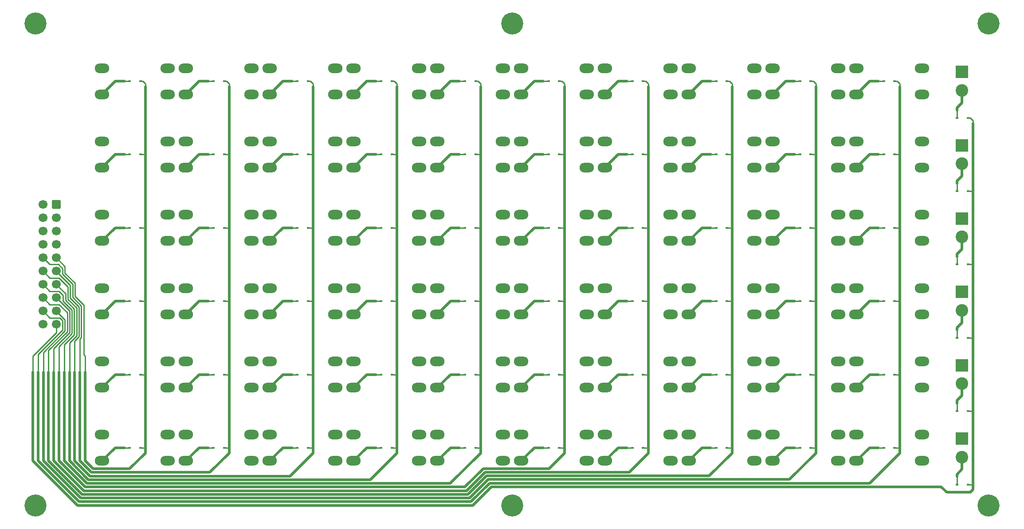
<source format=gbl>
%TF.GenerationSoftware,KiCad,Pcbnew,6.0.0-rc2-1.20211220git160328a.fc35*%
%TF.CreationDate,2022-01-03T09:57:56+00:00*%
%TF.ProjectId,Keypad_6x11,4b657970-6164-45f3-9678-31312e6b6963,rev?*%
%TF.SameCoordinates,Original*%
%TF.FileFunction,Copper,L2,Bot*%
%TF.FilePolarity,Positive*%
%FSLAX46Y46*%
G04 Gerber Fmt 4.6, Leading zero omitted, Abs format (unit mm)*
G04 Created by KiCad (PCBNEW 6.0.0-rc2-1.20211220git160328a.fc35) date 2022-01-03 09:57:56*
%MOMM*%
%LPD*%
G01*
G04 APERTURE LIST*
G04 Aperture macros list*
%AMRoundRect*
0 Rectangle with rounded corners*
0 $1 Rounding radius*
0 $2 $3 $4 $5 $6 $7 $8 $9 X,Y pos of 4 corners*
0 Add a 4 corners polygon primitive as box body*
4,1,4,$2,$3,$4,$5,$6,$7,$8,$9,$2,$3,0*
0 Add four circle primitives for the rounded corners*
1,1,$1+$1,$2,$3*
1,1,$1+$1,$4,$5*
1,1,$1+$1,$6,$7*
1,1,$1+$1,$8,$9*
0 Add four rect primitives between the rounded corners*
20,1,$1+$1,$2,$3,$4,$5,0*
20,1,$1+$1,$4,$5,$6,$7,0*
20,1,$1+$1,$6,$7,$8,$9,0*
20,1,$1+$1,$8,$9,$2,$3,0*%
G04 Aperture macros list end*
%TA.AperFunction,ComponentPad*%
%ADD10O,2.750000X1.850000*%
%TD*%
%TA.AperFunction,ComponentPad*%
%ADD11C,4.201160*%
%TD*%
%TA.AperFunction,SMDPad,CuDef*%
%ADD12R,0.600000X0.450000*%
%TD*%
%TA.AperFunction,ComponentPad*%
%ADD13R,2.400000X2.400000*%
%TD*%
%TA.AperFunction,ComponentPad*%
%ADD14C,2.400000*%
%TD*%
%TA.AperFunction,ComponentPad*%
%ADD15RoundRect,0.250000X0.600000X0.600000X-0.600000X0.600000X-0.600000X-0.600000X0.600000X-0.600000X0*%
%TD*%
%TA.AperFunction,ComponentPad*%
%ADD16C,1.700000*%
%TD*%
%TA.AperFunction,Conductor*%
%ADD17C,0.250000*%
%TD*%
%TA.AperFunction,Conductor*%
%ADD18C,0.500000*%
%TD*%
G04 APERTURE END LIST*
D10*
X156250000Y-70500000D03*
X143750000Y-70500000D03*
X143750000Y-75500000D03*
X156250000Y-75500000D03*
X188250000Y-56500000D03*
X175750000Y-56500000D03*
X188250000Y-61500000D03*
X175750000Y-61500000D03*
X207750000Y-84500000D03*
X220250000Y-84500000D03*
X207750000Y-89500000D03*
X220250000Y-89500000D03*
X95750000Y-42500000D03*
X108250000Y-42500000D03*
X108250000Y-47500000D03*
X95750000Y-47500000D03*
X191750000Y-98500000D03*
X204250000Y-98500000D03*
X204250000Y-103500000D03*
X191750000Y-103500000D03*
X111750000Y-98500000D03*
X124250000Y-98500000D03*
X124250000Y-103500000D03*
X111750000Y-103500000D03*
X159750000Y-84500000D03*
X172250000Y-84500000D03*
X159750000Y-89500000D03*
X172250000Y-89500000D03*
X95750000Y-70500000D03*
X108250000Y-70500000D03*
X108250000Y-75500000D03*
X95750000Y-75500000D03*
X95750000Y-98500000D03*
X108250000Y-98500000D03*
X108250000Y-103500000D03*
X95750000Y-103500000D03*
X127750000Y-56500000D03*
X140250000Y-56500000D03*
X127750000Y-61500000D03*
X140250000Y-61500000D03*
X188250000Y-98500000D03*
X175750000Y-98500000D03*
X175750000Y-103500000D03*
X188250000Y-103500000D03*
X143750000Y-98500000D03*
X156250000Y-98500000D03*
X143750000Y-103500000D03*
X156250000Y-103500000D03*
X172250000Y-112500000D03*
X159750000Y-112500000D03*
X159750000Y-117500000D03*
X172250000Y-117500000D03*
X172250000Y-42500000D03*
X159750000Y-42500000D03*
X172250000Y-47500000D03*
X159750000Y-47500000D03*
X92250000Y-56500000D03*
X79750000Y-56500000D03*
X79750000Y-61500000D03*
X92250000Y-61500000D03*
X223750000Y-42500000D03*
X236250000Y-42500000D03*
X223750000Y-47500000D03*
X236250000Y-47500000D03*
X124250000Y-42500000D03*
X111750000Y-42500000D03*
X111750000Y-47500000D03*
X124250000Y-47500000D03*
D11*
X67000000Y-34000000D03*
D10*
X236250000Y-112500000D03*
X223750000Y-112500000D03*
X223750000Y-117500000D03*
X236250000Y-117500000D03*
X140250000Y-42500000D03*
X127750000Y-42500000D03*
X127750000Y-47500000D03*
X140250000Y-47500000D03*
X79750000Y-98500000D03*
X92250000Y-98500000D03*
X79750000Y-103500000D03*
X92250000Y-103500000D03*
X156250000Y-84500000D03*
X143750000Y-84500000D03*
X156250000Y-89500000D03*
X143750000Y-89500000D03*
D11*
X249000000Y-126000000D03*
X158000000Y-126000000D03*
D10*
X236250000Y-56500000D03*
X223750000Y-56500000D03*
X236250000Y-61500000D03*
X223750000Y-61500000D03*
X191750000Y-70500000D03*
X204250000Y-70500000D03*
X191750000Y-75500000D03*
X204250000Y-75500000D03*
X79750000Y-112500000D03*
X92250000Y-112500000D03*
X92250000Y-117500000D03*
X79750000Y-117500000D03*
X191750000Y-112500000D03*
X204250000Y-112500000D03*
X191750000Y-117500000D03*
X204250000Y-117500000D03*
X108250000Y-84500000D03*
X95750000Y-84500000D03*
X108250000Y-89500000D03*
X95750000Y-89500000D03*
X191750000Y-42500000D03*
X204250000Y-42500000D03*
X191750000Y-47500000D03*
X204250000Y-47500000D03*
X79750000Y-84500000D03*
X92250000Y-84500000D03*
X92250000Y-89500000D03*
X79750000Y-89500000D03*
X111750000Y-70500000D03*
X124250000Y-70500000D03*
X111750000Y-75500000D03*
X124250000Y-75500000D03*
X207750000Y-98500000D03*
X220250000Y-98500000D03*
X207750000Y-103500000D03*
X220250000Y-103500000D03*
X188250000Y-42500000D03*
X175750000Y-42500000D03*
X188250000Y-47500000D03*
X175750000Y-47500000D03*
X188250000Y-70500000D03*
X175750000Y-70500000D03*
X188250000Y-75500000D03*
X175750000Y-75500000D03*
X220250000Y-112500000D03*
X207750000Y-112500000D03*
X207750000Y-117500000D03*
X220250000Y-117500000D03*
D11*
X67000000Y-126000000D03*
D10*
X124250000Y-112500000D03*
X111750000Y-112500000D03*
X111750000Y-117500000D03*
X124250000Y-117500000D03*
X204250000Y-56500000D03*
X191750000Y-56500000D03*
X204250000Y-61500000D03*
X191750000Y-61500000D03*
X156250000Y-56500000D03*
X143750000Y-56500000D03*
X143750000Y-61500000D03*
X156250000Y-61500000D03*
X207750000Y-70500000D03*
X220250000Y-70500000D03*
X207750000Y-75500000D03*
X220250000Y-75500000D03*
X79750000Y-42500000D03*
X92250000Y-42500000D03*
X79750000Y-47500000D03*
X92250000Y-47500000D03*
X140250000Y-112500000D03*
X127750000Y-112500000D03*
X140250000Y-117500000D03*
X127750000Y-117500000D03*
X124250000Y-84500000D03*
X111750000Y-84500000D03*
X111750000Y-89500000D03*
X124250000Y-89500000D03*
X223750000Y-70500000D03*
X236250000Y-70500000D03*
X236250000Y-75500000D03*
X223750000Y-75500000D03*
X172250000Y-56500000D03*
X159750000Y-56500000D03*
X172250000Y-61500000D03*
X159750000Y-61500000D03*
X79750000Y-70500000D03*
X92250000Y-70500000D03*
X79750000Y-75500000D03*
X92250000Y-75500000D03*
X143750000Y-42500000D03*
X156250000Y-42500000D03*
X143750000Y-47500000D03*
X156250000Y-47500000D03*
X175750000Y-84500000D03*
X188250000Y-84500000D03*
X188250000Y-89500000D03*
X175750000Y-89500000D03*
X140250000Y-70500000D03*
X127750000Y-70500000D03*
X127750000Y-75500000D03*
X140250000Y-75500000D03*
D11*
X158000000Y-34000000D03*
D10*
X172250000Y-98500000D03*
X159750000Y-98500000D03*
X159750000Y-103500000D03*
X172250000Y-103500000D03*
X140250000Y-98500000D03*
X127750000Y-98500000D03*
X140250000Y-103500000D03*
X127750000Y-103500000D03*
D11*
X249000000Y-34000000D03*
D10*
X95750000Y-112500000D03*
X108250000Y-112500000D03*
X108250000Y-117500000D03*
X95750000Y-117500000D03*
X156250000Y-112500000D03*
X143750000Y-112500000D03*
X143750000Y-117500000D03*
X156250000Y-117500000D03*
X95750000Y-56500000D03*
X108250000Y-56500000D03*
X95750000Y-61500000D03*
X108250000Y-61500000D03*
X124250000Y-56500000D03*
X111750000Y-56500000D03*
X111750000Y-61500000D03*
X124250000Y-61500000D03*
X220250000Y-42500000D03*
X207750000Y-42500000D03*
X207750000Y-47500000D03*
X220250000Y-47500000D03*
X159750000Y-70500000D03*
X172250000Y-70500000D03*
X159750000Y-75500000D03*
X172250000Y-75500000D03*
X191750000Y-84500000D03*
X204250000Y-84500000D03*
X191750000Y-89500000D03*
X204250000Y-89500000D03*
X140250000Y-84500000D03*
X127750000Y-84500000D03*
X140250000Y-89500000D03*
X127750000Y-89500000D03*
X175750000Y-112500000D03*
X188250000Y-112500000D03*
X188250000Y-117500000D03*
X175750000Y-117500000D03*
X207750000Y-56500000D03*
X220250000Y-56500000D03*
X207750000Y-61500000D03*
X220250000Y-61500000D03*
X223750000Y-98500000D03*
X236250000Y-98500000D03*
X223750000Y-103500000D03*
X236250000Y-103500000D03*
X236250000Y-84500000D03*
X223750000Y-84500000D03*
X223750000Y-89500000D03*
X236250000Y-89500000D03*
D12*
X119050000Y-87000000D03*
X116950000Y-87000000D03*
X183050000Y-45000000D03*
X180950000Y-45000000D03*
X103050000Y-73000000D03*
X100950000Y-73000000D03*
X87050000Y-101000000D03*
X84950000Y-101000000D03*
X245050000Y-52000000D03*
X242950000Y-52000000D03*
X215050000Y-101000000D03*
X212950000Y-101000000D03*
X135050000Y-73000000D03*
X132950000Y-73000000D03*
X151050000Y-87000000D03*
X148950000Y-87000000D03*
X135050000Y-87000000D03*
X132950000Y-87000000D03*
X215050000Y-87000000D03*
X212950000Y-87000000D03*
X87050000Y-115000000D03*
X84950000Y-115000000D03*
X135050000Y-115000000D03*
X132950000Y-115000000D03*
X135050000Y-45000000D03*
X132950000Y-45000000D03*
X167050000Y-115000000D03*
X164950000Y-115000000D03*
D13*
X243900000Y-43250000D03*
D14*
X243900000Y-46750000D03*
D12*
X167050000Y-59000000D03*
X164950000Y-59000000D03*
X87050000Y-59000000D03*
X84950000Y-59000000D03*
X135050000Y-59000000D03*
X132950000Y-59000000D03*
X245050000Y-94000000D03*
X242950000Y-94000000D03*
X215050000Y-73000000D03*
X212950000Y-73000000D03*
X103050000Y-115000000D03*
X100950000Y-115000000D03*
X199050000Y-45000000D03*
X196950000Y-45000000D03*
X215050000Y-45000000D03*
X212950000Y-45000000D03*
X231050000Y-115000000D03*
X228950000Y-115000000D03*
X103050000Y-101000000D03*
X100950000Y-101000000D03*
X215050000Y-59000000D03*
X212950000Y-59000000D03*
D13*
X243900000Y-57250000D03*
D14*
X243900000Y-60750000D03*
D12*
X183050000Y-87000000D03*
X180950000Y-87000000D03*
X245050000Y-80000000D03*
X242950000Y-80000000D03*
X103050000Y-59000000D03*
X100950000Y-59000000D03*
X199050000Y-115000000D03*
X196950000Y-115000000D03*
X199050000Y-101000000D03*
X196950000Y-101000000D03*
D13*
X243900000Y-113250000D03*
D14*
X243900000Y-116750000D03*
D12*
X215050000Y-115000000D03*
X212950000Y-115000000D03*
X167050000Y-87000000D03*
X164950000Y-87000000D03*
X199050000Y-59000000D03*
X196950000Y-59000000D03*
X245050000Y-122000000D03*
X242950000Y-122000000D03*
X199050000Y-73000000D03*
X196950000Y-73000000D03*
X167050000Y-45000000D03*
X164950000Y-45000000D03*
X151050000Y-115000000D03*
X148950000Y-115000000D03*
X231050000Y-59000000D03*
X228950000Y-59000000D03*
X87050000Y-87000000D03*
X84950000Y-87000000D03*
X151050000Y-101000000D03*
X148950000Y-101000000D03*
X151050000Y-45000000D03*
X148950000Y-45000000D03*
X119050000Y-115000000D03*
X116950000Y-115000000D03*
X167050000Y-73000000D03*
X164950000Y-73000000D03*
X87050000Y-45000000D03*
X84950000Y-45000000D03*
X231050000Y-73000000D03*
X228950000Y-73000000D03*
X167050000Y-101000000D03*
X164950000Y-101000000D03*
X199050000Y-87000000D03*
X196950000Y-87000000D03*
X231050000Y-101000000D03*
X228950000Y-101000000D03*
X119050000Y-59000000D03*
X116950000Y-59000000D03*
X231050000Y-45000000D03*
X228950000Y-45000000D03*
X103050000Y-45000000D03*
X100950000Y-45000000D03*
X231050000Y-87000000D03*
X228950000Y-87000000D03*
X119050000Y-101000000D03*
X116950000Y-101000000D03*
X135050000Y-101000000D03*
X132950000Y-101000000D03*
X245050000Y-66000000D03*
X242950000Y-66000000D03*
X87050000Y-73000000D03*
X84950000Y-73000000D03*
D13*
X243900000Y-99250000D03*
D14*
X243900000Y-102750000D03*
D12*
X151050000Y-59000000D03*
X148950000Y-59000000D03*
D13*
X243900000Y-71250000D03*
D14*
X243900000Y-74750000D03*
D12*
X183050000Y-115000000D03*
X180950000Y-115000000D03*
D15*
X71000000Y-68570000D03*
D16*
X68460000Y-68570000D03*
X71000000Y-71110000D03*
X68460000Y-71110000D03*
X71000000Y-73650000D03*
X68460000Y-73650000D03*
X71000000Y-76190000D03*
X68460000Y-76190000D03*
X71000000Y-78730000D03*
X68460000Y-78730000D03*
X71000000Y-81270000D03*
X68460000Y-81270000D03*
X71000000Y-83810000D03*
X68460000Y-83810000D03*
X71000000Y-86350000D03*
X68460000Y-86350000D03*
X71000000Y-88890000D03*
X68460000Y-88890000D03*
X71000000Y-91430000D03*
X68460000Y-91430000D03*
D12*
X119050000Y-45000000D03*
X116950000Y-45000000D03*
X245050000Y-108000000D03*
X242950000Y-108000000D03*
X183050000Y-59000000D03*
X180950000Y-59000000D03*
X183050000Y-73000000D03*
X180950000Y-73000000D03*
X103050000Y-87000000D03*
X100950000Y-87000000D03*
D13*
X243900000Y-85250000D03*
D14*
X243900000Y-88750000D03*
D12*
X151050000Y-73000000D03*
X148950000Y-73000000D03*
X183050000Y-101000000D03*
X180950000Y-101000000D03*
X119050000Y-73000000D03*
X116950000Y-73000000D03*
D17*
X87050000Y-87000000D02*
X88000000Y-87000000D01*
X87050000Y-115000000D02*
X88000000Y-115000000D01*
X72624031Y-80354031D02*
X72624031Y-81627595D01*
X76500000Y-97500000D02*
X76500000Y-100500000D01*
X87050000Y-101000000D02*
X88000000Y-101000000D01*
X71000000Y-78730000D02*
X72624031Y-80354031D01*
D18*
X78000000Y-119000000D02*
X85000000Y-119000000D01*
D17*
X87050000Y-73000000D02*
X88000000Y-73000000D01*
X87050000Y-45000000D02*
X87500000Y-45000000D01*
D18*
X88000000Y-87000000D02*
X88000000Y-73000000D01*
D17*
X72624031Y-81627595D02*
X74547600Y-83551165D01*
X87050000Y-59000000D02*
X88000000Y-59000000D01*
D18*
X88000000Y-115000000D02*
X88000000Y-101000000D01*
D17*
X88000000Y-45500000D02*
X88000000Y-46000000D01*
D18*
X76500000Y-100500000D02*
X76500000Y-117500000D01*
D17*
X76220680Y-97220680D02*
X76500000Y-97500000D01*
X74547600Y-86058294D02*
X76220680Y-87731376D01*
D18*
X88000000Y-116000000D02*
X88000000Y-115000000D01*
D17*
X76220680Y-87731376D02*
X76220680Y-97220680D01*
X74547600Y-83551165D02*
X74547600Y-86058294D01*
D18*
X88000000Y-73000000D02*
X88000000Y-46000000D01*
X76500000Y-117500000D02*
X78000000Y-119000000D01*
X85000000Y-119000000D02*
X88000000Y-116000000D01*
D17*
X87500000Y-45000000D02*
X88000000Y-45500000D01*
D18*
X88000000Y-101000000D02*
X88000000Y-87000000D01*
X84000000Y-45000000D02*
X82250000Y-45000000D01*
D17*
X84950000Y-45000000D02*
X84000000Y-45000000D01*
D18*
X82250000Y-45000000D02*
X79750000Y-47500000D01*
X104000000Y-87000000D02*
X104000000Y-73000000D01*
D17*
X75771160Y-93950299D02*
X75500000Y-94221459D01*
X103050000Y-45000000D02*
X103500000Y-45000000D01*
X74098080Y-86244491D02*
X75771160Y-87917573D01*
X104000000Y-45500000D02*
X104000000Y-46000000D01*
D18*
X75500000Y-117500000D02*
X77699520Y-119699520D01*
D17*
X71391010Y-80000000D02*
X72174511Y-80783501D01*
D18*
X104000000Y-116000000D02*
X104000000Y-115000000D01*
D17*
X103050000Y-87000000D02*
X104000000Y-87000000D01*
D18*
X104000000Y-115000000D02*
X104000000Y-101000000D01*
D17*
X103050000Y-73000000D02*
X104000000Y-73000000D01*
X103050000Y-101000000D02*
X104000000Y-101000000D01*
D18*
X104000000Y-101000000D02*
X104000000Y-87000000D01*
X104000000Y-46000000D02*
X104000000Y-59000000D01*
X100300480Y-119699520D02*
X104000000Y-116000000D01*
D17*
X72174511Y-81813793D02*
X74098080Y-83737362D01*
D18*
X77699520Y-119699520D02*
X100300480Y-119699520D01*
X75500000Y-100500000D02*
X75500000Y-117500000D01*
D17*
X68460000Y-78730000D02*
X69730000Y-80000000D01*
X74098080Y-83737362D02*
X74098080Y-86244491D01*
X103050000Y-59000000D02*
X104000000Y-59000000D01*
X103500000Y-45000000D02*
X104000000Y-45500000D01*
X75771160Y-87917573D02*
X75771160Y-93950299D01*
X72174511Y-80783501D02*
X72174511Y-81813793D01*
X103050000Y-115000000D02*
X104000000Y-115000000D01*
D18*
X104000000Y-73000000D02*
X104000000Y-59000000D01*
D17*
X69730000Y-80000000D02*
X71391010Y-80000000D01*
X75500000Y-94221459D02*
X75500000Y-100500000D01*
D18*
X98250000Y-45000000D02*
X95750000Y-47500000D01*
X100000000Y-45000000D02*
X98250000Y-45000000D01*
D17*
X100950000Y-45000000D02*
X100000000Y-45000000D01*
X120000000Y-45500000D02*
X120000000Y-46000000D01*
X74500000Y-94585744D02*
X75321640Y-93764102D01*
D18*
X120000000Y-87000000D02*
X120000000Y-73000000D01*
X74500000Y-117500000D02*
X77399040Y-120399040D01*
D17*
X119500000Y-45000000D02*
X120000000Y-45500000D01*
X73648560Y-83923560D02*
X71000000Y-81275000D01*
X119050000Y-101000000D02*
X120000000Y-101000000D01*
D18*
X77399040Y-120399040D02*
X115600960Y-120399040D01*
X74500000Y-100500000D02*
X74500000Y-117500000D01*
X120000000Y-115000000D02*
X120000000Y-101000000D01*
D17*
X119050000Y-73000000D02*
X120000000Y-73000000D01*
X75321640Y-93764102D02*
X75321640Y-88103770D01*
D18*
X120000000Y-59000000D02*
X120000000Y-46000000D01*
D17*
X73648560Y-86430689D02*
X73648560Y-83923560D01*
X75321640Y-88103770D02*
X73648560Y-86430689D01*
D18*
X120000000Y-101000000D02*
X120000000Y-87000000D01*
D17*
X119050000Y-45000000D02*
X119500000Y-45000000D01*
X74500000Y-100500000D02*
X74500000Y-94585744D01*
D18*
X115600960Y-120399040D02*
X120000000Y-116000000D01*
D17*
X119050000Y-59000000D02*
X120000000Y-59000000D01*
X119050000Y-115000000D02*
X120000000Y-115000000D01*
X71000000Y-81275000D02*
X71000000Y-81270000D01*
D18*
X120000000Y-116000000D02*
X120000000Y-115000000D01*
D17*
X119050000Y-87000000D02*
X120000000Y-87000000D01*
D18*
X120000000Y-73000000D02*
X120000000Y-59000000D01*
X114250000Y-45000000D02*
X111750000Y-47500000D01*
X116000000Y-45000000D02*
X114250000Y-45000000D01*
D17*
X116950000Y-45000000D02*
X116000000Y-45000000D01*
D18*
X136000000Y-73000000D02*
X136000000Y-87000000D01*
X136000000Y-115000000D02*
X136000000Y-101000000D01*
X130901440Y-121098560D02*
X136000000Y-116000000D01*
D17*
X135050000Y-59000000D02*
X136000000Y-59000000D01*
X73199040Y-84274040D02*
X71475000Y-82550000D01*
D18*
X136000000Y-87000000D02*
X136000000Y-101000000D01*
D17*
X73500000Y-94950026D02*
X74872120Y-93577905D01*
X135050000Y-115000000D02*
X136000000Y-115000000D01*
X74872120Y-88289967D02*
X73199040Y-86616887D01*
X135050000Y-87000000D02*
X136000000Y-87000000D01*
D18*
X77098560Y-121098560D02*
X130901440Y-121098560D01*
X73500000Y-100500000D02*
X73500000Y-117500000D01*
D17*
X136000000Y-45500000D02*
X136000000Y-46000000D01*
X73199040Y-86616887D02*
X73199040Y-84274040D01*
X69740000Y-82550000D02*
X68460000Y-81270000D01*
X73500000Y-100500000D02*
X73500000Y-94950026D01*
X74872120Y-93577905D02*
X74872120Y-88289967D01*
X135050000Y-101000000D02*
X136000000Y-101000000D01*
X71475000Y-82550000D02*
X69740000Y-82550000D01*
X135050000Y-73000000D02*
X136000000Y-73000000D01*
D18*
X73500000Y-117500000D02*
X77098560Y-121098560D01*
D17*
X135050000Y-45000000D02*
X135500000Y-45000000D01*
D18*
X136000000Y-73000000D02*
X136000000Y-59000000D01*
X136000000Y-116000000D02*
X136000000Y-115000000D01*
X136000000Y-59000000D02*
X136000000Y-46000000D01*
D17*
X135500000Y-45000000D02*
X136000000Y-45500000D01*
X132950000Y-45000000D02*
X132000000Y-45000000D01*
D18*
X130250000Y-45000000D02*
X127750000Y-47500000D01*
X132000000Y-45000000D02*
X130250000Y-45000000D01*
X152000000Y-101000000D02*
X152000000Y-87000000D01*
D17*
X72500000Y-100500000D02*
X72500000Y-95314308D01*
D18*
X152000000Y-59000000D02*
X152000000Y-46000000D01*
D17*
X74422600Y-93391708D02*
X74422600Y-88476166D01*
D18*
X152000000Y-73000000D02*
X152000000Y-59000000D01*
D17*
X151050000Y-87000000D02*
X152000000Y-87000000D01*
D18*
X76798080Y-121798080D02*
X146201920Y-121798080D01*
D17*
X151050000Y-59000000D02*
X152000000Y-59000000D01*
X151050000Y-73000000D02*
X152000000Y-73000000D01*
D18*
X152000000Y-116000000D02*
X152000000Y-115000000D01*
D17*
X72500000Y-95314308D02*
X74422600Y-93391708D01*
D18*
X72500000Y-100500000D02*
X72500000Y-117500000D01*
D17*
X152000000Y-45500000D02*
X152000000Y-46000000D01*
D18*
X146201920Y-121798080D02*
X152000000Y-116000000D01*
D17*
X72749520Y-85574520D02*
X71000000Y-83825000D01*
X151050000Y-45000000D02*
X151500000Y-45000000D01*
X74422600Y-88476166D02*
X72749520Y-86803084D01*
D18*
X152000000Y-87000000D02*
X152000000Y-73000000D01*
X72500000Y-117500000D02*
X76798080Y-121798080D01*
D17*
X71000000Y-83825000D02*
X71000000Y-83810000D01*
X151500000Y-45000000D02*
X152000000Y-45500000D01*
X151050000Y-101000000D02*
X152000000Y-101000000D01*
X72749520Y-86803084D02*
X72749520Y-85574520D01*
X151050000Y-115000000D02*
X152000000Y-115000000D01*
D18*
X152000000Y-115000000D02*
X152000000Y-101000000D01*
X146250000Y-45000000D02*
X143750000Y-47500000D01*
X148000000Y-45000000D02*
X146250000Y-45000000D01*
D17*
X148950000Y-45000000D02*
X148000000Y-45000000D01*
D18*
X165050000Y-118950000D02*
X168000000Y-116000000D01*
X168000000Y-87000000D02*
X168000000Y-73000000D01*
D17*
X167050000Y-45000000D02*
X167500000Y-45000000D01*
D18*
X71500000Y-100500000D02*
X71500000Y-117500000D01*
X152550000Y-118950000D02*
X165050000Y-118950000D01*
X168000000Y-115000000D02*
X168000000Y-101000000D01*
X149000000Y-122500000D02*
X152550000Y-118950000D01*
D17*
X72300000Y-86989282D02*
X73973080Y-88662363D01*
D18*
X168000000Y-59000000D02*
X168000000Y-46000000D01*
D17*
X68460000Y-83810000D02*
X69750000Y-85100000D01*
X71525000Y-85100000D02*
X72300000Y-85875000D01*
X73973080Y-93205510D02*
X71500000Y-95678590D01*
D18*
X71500000Y-117500000D02*
X76500000Y-122500000D01*
D17*
X167050000Y-115000000D02*
X168000000Y-115000000D01*
D18*
X168000000Y-101000000D02*
X168000000Y-87000000D01*
D17*
X167050000Y-59000000D02*
X168000000Y-59000000D01*
X167050000Y-73000000D02*
X168000000Y-73000000D01*
D18*
X168000000Y-116000000D02*
X168000000Y-115000000D01*
D17*
X167050000Y-87000000D02*
X168000000Y-87000000D01*
X73973080Y-88662363D02*
X73973080Y-93205510D01*
D18*
X168000000Y-73000000D02*
X168000000Y-59000000D01*
X76500000Y-122500000D02*
X149000000Y-122500000D01*
D17*
X168000000Y-45500000D02*
X168000000Y-46000000D01*
X167050000Y-101000000D02*
X168000000Y-101000000D01*
X71500000Y-95678590D02*
X71500000Y-100500000D01*
X69750000Y-85100000D02*
X71525000Y-85100000D01*
X72300000Y-85875000D02*
X72300000Y-86989282D01*
X167500000Y-45000000D02*
X168000000Y-45500000D01*
D18*
X164000000Y-45000000D02*
X162250000Y-45000000D01*
X162250000Y-45000000D02*
X159750000Y-47500000D01*
D17*
X164950000Y-45000000D02*
X164000000Y-45000000D01*
X183050000Y-73000000D02*
X184000000Y-73000000D01*
D18*
X149289751Y-123199519D02*
X152839750Y-119649520D01*
D17*
X183500000Y-45000000D02*
X184000000Y-45500000D01*
D18*
X184000000Y-87000000D02*
X184000000Y-73000000D01*
D17*
X183050000Y-59000000D02*
X184000000Y-59000000D01*
X73523560Y-88848560D02*
X73523560Y-93019312D01*
D18*
X180350480Y-119649520D02*
X184000000Y-116000000D01*
D17*
X71000000Y-86350000D02*
X71025000Y-86350000D01*
D18*
X184000000Y-115000000D02*
X184000000Y-101000000D01*
X184000000Y-116000000D02*
X184000000Y-115000000D01*
X184000000Y-59000000D02*
X184000000Y-46000000D01*
D17*
X183050000Y-87000000D02*
X184000000Y-87000000D01*
D18*
X76210250Y-123199520D02*
X149289751Y-123199519D01*
D17*
X183050000Y-115000000D02*
X184000000Y-115000000D01*
D18*
X70500000Y-100500000D02*
X70500000Y-117489270D01*
D17*
X70500000Y-96042872D02*
X70500000Y-100500000D01*
X183050000Y-45000000D02*
X183500000Y-45000000D01*
X184000000Y-45500000D02*
X184000000Y-46000000D01*
X73523560Y-93019312D02*
X70500000Y-96042872D01*
X183050000Y-101000000D02*
X184000000Y-101000000D01*
D18*
X184000000Y-73000000D02*
X184000000Y-59000000D01*
D17*
X71025000Y-86350000D02*
X73523560Y-88848560D01*
D18*
X70500000Y-117489270D02*
X76210250Y-123199520D01*
X152839750Y-119649520D02*
X180350480Y-119649520D01*
X184000000Y-101000000D02*
X184000000Y-87000000D01*
X178250000Y-45000000D02*
X175750000Y-47500000D01*
X180000000Y-45000000D02*
X178250000Y-45000000D01*
D17*
X180950000Y-45000000D02*
X180000000Y-45000000D01*
D18*
X200000000Y-101000000D02*
X200000000Y-87000000D01*
D17*
X199050000Y-115000000D02*
X200000000Y-115000000D01*
D18*
X69500000Y-117478540D02*
X75920500Y-123899040D01*
D17*
X199050000Y-45000000D02*
X199500000Y-45000000D01*
X199050000Y-101000000D02*
X200000000Y-101000000D01*
D18*
X200000000Y-87000000D02*
X200000000Y-73000000D01*
D17*
X199050000Y-87000000D02*
X200000000Y-87000000D01*
X199050000Y-59000000D02*
X200000000Y-59000000D01*
D18*
X200000000Y-59000000D02*
X200000000Y-46000000D01*
X200000000Y-73000000D02*
X200000000Y-59000000D01*
X149600960Y-123899040D02*
X153150960Y-120349040D01*
D17*
X73074040Y-92833114D02*
X69500000Y-96407154D01*
D18*
X200000000Y-116000000D02*
X200000000Y-115000000D01*
D17*
X73074040Y-89174040D02*
X73074040Y-92833114D01*
D18*
X195650960Y-120349040D02*
X200000000Y-116000000D01*
X69500000Y-100500000D02*
X69500000Y-117478540D01*
D17*
X69500000Y-96407154D02*
X69500000Y-100500000D01*
D18*
X200000000Y-115000000D02*
X200000000Y-101000000D01*
D17*
X68460000Y-86350000D02*
X69735000Y-87625000D01*
X69735000Y-87625000D02*
X71525000Y-87625000D01*
X200000000Y-45500000D02*
X200000000Y-46000000D01*
X71525000Y-87625000D02*
X73074040Y-89174040D01*
D18*
X153150960Y-120349040D02*
X195650960Y-120349040D01*
D17*
X199500000Y-45000000D02*
X200000000Y-45500000D01*
X199050000Y-73000000D02*
X200000000Y-73000000D01*
D18*
X75920500Y-123899040D02*
X149600960Y-123899040D01*
X194250000Y-45000000D02*
X191750000Y-47500000D01*
D17*
X196950000Y-45000000D02*
X196000000Y-45000000D01*
D18*
X196000000Y-45000000D02*
X194250000Y-45000000D01*
D17*
X215050000Y-73000000D02*
X216000000Y-73000000D01*
D18*
X216000000Y-73000000D02*
X216000000Y-59000000D01*
D17*
X68500000Y-100500000D02*
X68500000Y-96771436D01*
X72624520Y-90524521D02*
X71000000Y-88900000D01*
X71000000Y-88900000D02*
X71000000Y-88890000D01*
X68500000Y-96771436D02*
X72624520Y-92646916D01*
X215050000Y-87000000D02*
X216000000Y-87000000D01*
X216000000Y-45500000D02*
X216000000Y-46000000D01*
D18*
X68500000Y-100500000D02*
X68500000Y-117467810D01*
X216000000Y-115000000D02*
X216000000Y-101000000D01*
X216000000Y-101000000D02*
X216000000Y-87000000D01*
D17*
X215050000Y-115000000D02*
X216000000Y-115000000D01*
X215050000Y-101000000D02*
X216000000Y-101000000D01*
X215050000Y-59000000D02*
X216000000Y-59000000D01*
X215500000Y-45000000D02*
X216000000Y-45500000D01*
D18*
X75630750Y-124598560D02*
X149890710Y-124598560D01*
X216000000Y-59000000D02*
X216000000Y-46000000D01*
X153440710Y-121048560D02*
X210951440Y-121048560D01*
X68500000Y-117467810D02*
X75630750Y-124598560D01*
D17*
X215050000Y-45000000D02*
X215500000Y-45000000D01*
D18*
X216000000Y-87000000D02*
X216000000Y-73000000D01*
X210951440Y-121048560D02*
X216000000Y-116000000D01*
X149890710Y-124598560D02*
X153440710Y-121048560D01*
X216000000Y-116000000D02*
X216000000Y-115000000D01*
D17*
X72624520Y-92646916D02*
X72624520Y-90524521D01*
X212950000Y-45000000D02*
X212000000Y-45000000D01*
D18*
X212000000Y-45000000D02*
X210250000Y-45000000D01*
X210250000Y-45000000D02*
X207750000Y-47500000D01*
X75341000Y-125298080D02*
X150201920Y-125298080D01*
X232000000Y-115000000D02*
X232000000Y-101000000D01*
X67500000Y-100500000D02*
X67500000Y-117457080D01*
D17*
X231050000Y-115000000D02*
X232000000Y-115000000D01*
X231050000Y-73000000D02*
X232000000Y-73000000D01*
D18*
X232000000Y-87000000D02*
X232000000Y-73000000D01*
D17*
X67500000Y-100500000D02*
X67500000Y-97135718D01*
X67500000Y-97135718D02*
X72175000Y-92460718D01*
X69745000Y-90175000D02*
X68460000Y-88890000D01*
D18*
X226251920Y-121748080D02*
X232000000Y-116000000D01*
X232000000Y-59000000D02*
X232000000Y-46000000D01*
D17*
X72175000Y-92460718D02*
X72175000Y-90710718D01*
D18*
X153751920Y-121748080D02*
X226251920Y-121748080D01*
X232000000Y-116000000D02*
X232000000Y-115000000D01*
D17*
X231050000Y-45000000D02*
X231500000Y-45000000D01*
X231050000Y-59000000D02*
X232000000Y-59000000D01*
X71639282Y-90175000D02*
X69745000Y-90175000D01*
D18*
X232000000Y-101000000D02*
X232000000Y-87000000D01*
X150201920Y-125298080D02*
X153751920Y-121748080D01*
D17*
X231500000Y-45000000D02*
X232000000Y-45500000D01*
X231050000Y-87000000D02*
X232000000Y-87000000D01*
X232000000Y-45500000D02*
X232000000Y-46000000D01*
D18*
X232000000Y-73000000D02*
X232000000Y-59000000D01*
X67500000Y-117457080D02*
X75341000Y-125298080D01*
D17*
X72175000Y-90710718D02*
X71639282Y-90175000D01*
X231050000Y-101000000D02*
X232000000Y-101000000D01*
D18*
X228000000Y-45000000D02*
X226250000Y-45000000D01*
D17*
X228950000Y-45000000D02*
X228000000Y-45000000D01*
D18*
X226250000Y-45000000D02*
X223750000Y-47500000D01*
X246000000Y-66000000D02*
X246000000Y-53000000D01*
D17*
X245500000Y-52000000D02*
X246000000Y-52500000D01*
D18*
X246000000Y-108000000D02*
X246000000Y-122000000D01*
D17*
X66500000Y-97500000D02*
X66500000Y-100500000D01*
X246000000Y-52500000D02*
X246000000Y-53000000D01*
D18*
X75053650Y-126000000D02*
X66500000Y-117446350D01*
X246000000Y-80000000D02*
X246000000Y-94000000D01*
D17*
X245050000Y-66000000D02*
X246000000Y-66000000D01*
X245050000Y-80000000D02*
X246000000Y-80000000D01*
D18*
X154052400Y-122447600D02*
X150500000Y-126000000D01*
X246000000Y-66000000D02*
X246000000Y-80000000D01*
D17*
X245050000Y-52000000D02*
X245500000Y-52000000D01*
D18*
X246000000Y-94000000D02*
X246000000Y-108000000D01*
X150500000Y-126000000D02*
X75053650Y-126000000D01*
X246000000Y-122000000D02*
X246000000Y-123000000D01*
D17*
X245050000Y-108000000D02*
X246000000Y-108000000D01*
X245050000Y-122000000D02*
X246000000Y-122000000D01*
X245050000Y-94000000D02*
X246000000Y-94000000D01*
D18*
X245500000Y-123500000D02*
X241000000Y-123500000D01*
X241000000Y-123500000D02*
X239947600Y-122447600D01*
D17*
X71000000Y-91430000D02*
X71000000Y-93000000D01*
X71000000Y-93000000D02*
X66500000Y-97500000D01*
D18*
X246000000Y-123000000D02*
X245500000Y-123500000D01*
X66500000Y-117446350D02*
X66500000Y-100500000D01*
X239947600Y-122447600D02*
X154052400Y-122447600D01*
X243900000Y-46750000D02*
X243900000Y-49100000D01*
X242950000Y-50050000D02*
X242950000Y-50550000D01*
X243900000Y-49100000D02*
X242950000Y-50050000D01*
D17*
X242950000Y-52000000D02*
X242950000Y-50500000D01*
D18*
X84000000Y-59000000D02*
X82250000Y-59000000D01*
X82250000Y-59000000D02*
X79750000Y-61500000D01*
D17*
X84950000Y-59000000D02*
X84000000Y-59000000D01*
X100950000Y-59000000D02*
X100000000Y-59000000D01*
D18*
X98250000Y-59000000D02*
X95750000Y-61500000D01*
X100000000Y-59000000D02*
X98250000Y-59000000D01*
X116000000Y-59000000D02*
X114250000Y-59000000D01*
D17*
X116950000Y-59000000D02*
X116000000Y-59000000D01*
D18*
X114250000Y-59000000D02*
X111750000Y-61500000D01*
X130250000Y-59000000D02*
X127750000Y-61500000D01*
D17*
X132950000Y-59000000D02*
X132000000Y-59000000D01*
D18*
X132000000Y-59000000D02*
X130250000Y-59000000D01*
X148000000Y-59000000D02*
X146250000Y-59000000D01*
X146250000Y-59000000D02*
X143750000Y-61500000D01*
D17*
X148950000Y-59000000D02*
X148000000Y-59000000D01*
D18*
X164000000Y-59000000D02*
X162250000Y-59000000D01*
X162250000Y-59000000D02*
X159750000Y-61500000D01*
D17*
X164950000Y-59000000D02*
X164000000Y-59000000D01*
D18*
X178250000Y-59000000D02*
X175750000Y-61500000D01*
D17*
X180950000Y-59000000D02*
X180000000Y-59000000D01*
D18*
X180000000Y-59000000D02*
X178250000Y-59000000D01*
X194250000Y-59000000D02*
X191750000Y-61500000D01*
X196000000Y-59000000D02*
X194250000Y-59000000D01*
D17*
X196950000Y-59000000D02*
X196000000Y-59000000D01*
X212950000Y-59000000D02*
X212000000Y-59000000D01*
D18*
X212000000Y-59000000D02*
X210250000Y-59000000D01*
X210250000Y-59000000D02*
X207750000Y-61500000D01*
X228000000Y-59000000D02*
X226250000Y-59000000D01*
X226250000Y-59000000D02*
X223750000Y-61500000D01*
D17*
X228950000Y-59000000D02*
X228000000Y-59000000D01*
X242950000Y-64550000D02*
X242950000Y-66000000D01*
D18*
X242950000Y-64050000D02*
X242950000Y-64550000D01*
X243900000Y-60750000D02*
X243900000Y-63100000D01*
X242950000Y-64050000D02*
X243900000Y-63100000D01*
X82250000Y-73000000D02*
X79750000Y-75500000D01*
X84000000Y-73000000D02*
X82250000Y-73000000D01*
D17*
X84950000Y-73000000D02*
X84000000Y-73000000D01*
D18*
X98250000Y-73000000D02*
X95750000Y-75500000D01*
X100000000Y-73000000D02*
X98250000Y-73000000D01*
D17*
X100950000Y-73000000D02*
X100000000Y-73000000D01*
D18*
X116000000Y-73000000D02*
X114250000Y-73000000D01*
D17*
X116950000Y-73000000D02*
X116000000Y-73000000D01*
D18*
X114250000Y-73000000D02*
X111750000Y-75500000D01*
X132000000Y-73000000D02*
X130250000Y-73000000D01*
X130250000Y-73000000D02*
X127750000Y-75500000D01*
D17*
X132950000Y-73000000D02*
X132000000Y-73000000D01*
D18*
X146250000Y-73000000D02*
X143750000Y-75500000D01*
X148000000Y-73000000D02*
X146250000Y-73000000D01*
D17*
X148950000Y-73000000D02*
X148000000Y-73000000D01*
D18*
X162250000Y-73000000D02*
X159750000Y-75500000D01*
D17*
X164950000Y-73000000D02*
X164000000Y-73000000D01*
D18*
X164000000Y-73000000D02*
X162250000Y-73000000D01*
X178250000Y-73000000D02*
X175750000Y-75500000D01*
X180000000Y-73000000D02*
X178250000Y-73000000D01*
D17*
X180950000Y-73000000D02*
X180000000Y-73000000D01*
X196950000Y-73000000D02*
X196000000Y-73000000D01*
D18*
X194250000Y-73000000D02*
X191750000Y-75500000D01*
X196000000Y-73000000D02*
X194250000Y-73000000D01*
X212000000Y-73000000D02*
X210250000Y-73000000D01*
D17*
X212950000Y-73000000D02*
X212000000Y-73000000D01*
D18*
X210250000Y-73000000D02*
X207750000Y-75500000D01*
X228000000Y-73000000D02*
X226250000Y-73000000D01*
D17*
X228950000Y-73000000D02*
X228000000Y-73000000D01*
D18*
X226250000Y-73000000D02*
X223750000Y-75500000D01*
D17*
X242950000Y-78550000D02*
X242950000Y-80000000D01*
D18*
X243900000Y-74750000D02*
X243900000Y-77100000D01*
X243900000Y-77100000D02*
X242950000Y-78050000D01*
X242950000Y-78050000D02*
X242950000Y-78550000D01*
D17*
X84950000Y-87000000D02*
X84000000Y-87000000D01*
D18*
X84000000Y-87000000D02*
X82250000Y-87000000D01*
X82250000Y-87000000D02*
X79750000Y-89500000D01*
X98250000Y-87000000D02*
X95750000Y-89500000D01*
X100000000Y-87000000D02*
X98250000Y-87000000D01*
D17*
X100950000Y-87000000D02*
X100000000Y-87000000D01*
D18*
X114250000Y-87000000D02*
X111750000Y-89500000D01*
D17*
X116950000Y-87000000D02*
X116000000Y-87000000D01*
D18*
X116000000Y-87000000D02*
X114250000Y-87000000D01*
X130250000Y-87000000D02*
X127750000Y-89500000D01*
X132000000Y-87000000D02*
X130250000Y-87000000D01*
D17*
X132950000Y-87000000D02*
X132000000Y-87000000D01*
D18*
X148000000Y-87000000D02*
X146250000Y-87000000D01*
X146250000Y-87000000D02*
X143750000Y-89500000D01*
D17*
X148950000Y-87000000D02*
X148000000Y-87000000D01*
D18*
X164000000Y-87000000D02*
X162250000Y-87000000D01*
X162250000Y-87000000D02*
X159750000Y-89500000D01*
D17*
X164950000Y-87000000D02*
X164000000Y-87000000D01*
D18*
X180000000Y-87000000D02*
X178250000Y-87000000D01*
D17*
X180950000Y-87000000D02*
X180000000Y-87000000D01*
D18*
X178250000Y-87000000D02*
X175750000Y-89500000D01*
X194250000Y-87000000D02*
X191750000Y-89500000D01*
X196000000Y-87000000D02*
X194250000Y-87000000D01*
D17*
X196950000Y-87000000D02*
X196000000Y-87000000D01*
D18*
X212000000Y-87000000D02*
X210250000Y-87000000D01*
D17*
X212950000Y-87000000D02*
X212000000Y-87000000D01*
D18*
X210250000Y-87000000D02*
X207750000Y-89500000D01*
X228000000Y-87000000D02*
X226250000Y-87000000D01*
X226250000Y-87000000D02*
X223750000Y-89500000D01*
D17*
X228950000Y-87000000D02*
X228000000Y-87000000D01*
D18*
X243900000Y-88750000D02*
X243900000Y-91100000D01*
D17*
X242950000Y-94000000D02*
X242950000Y-92450000D01*
D18*
X242950000Y-92050000D02*
X242950000Y-92450000D01*
X242950000Y-92050000D02*
X243900000Y-91100000D01*
X84000000Y-101000000D02*
X82250000Y-101000000D01*
D17*
X84950000Y-101000000D02*
X84000000Y-101000000D01*
D18*
X82250000Y-101000000D02*
X79750000Y-103500000D01*
X100000000Y-101000000D02*
X98250000Y-101000000D01*
D17*
X100950000Y-101000000D02*
X100000000Y-101000000D01*
D18*
X98250000Y-101000000D02*
X95750000Y-103500000D01*
X114250000Y-101000000D02*
X111750000Y-103500000D01*
D17*
X116950000Y-101000000D02*
X116000000Y-101000000D01*
D18*
X116000000Y-101000000D02*
X114250000Y-101000000D01*
X130250000Y-101000000D02*
X127750000Y-103500000D01*
X132000000Y-101000000D02*
X130250000Y-101000000D01*
D17*
X132950000Y-101000000D02*
X132000000Y-101000000D01*
D18*
X148000000Y-101000000D02*
X146250000Y-101000000D01*
X146250000Y-101000000D02*
X143750000Y-103500000D01*
D17*
X148950000Y-101000000D02*
X148000000Y-101000000D01*
X164950000Y-101000000D02*
X164000000Y-101000000D01*
D18*
X164000000Y-101000000D02*
X162250000Y-101000000D01*
X162250000Y-101000000D02*
X159750000Y-103500000D01*
D17*
X180950000Y-101000000D02*
X180000000Y-101000000D01*
D18*
X180000000Y-101000000D02*
X178250000Y-101000000D01*
X178250000Y-101000000D02*
X175750000Y-103500000D01*
X194250000Y-101000000D02*
X191750000Y-103500000D01*
X196000000Y-101000000D02*
X194250000Y-101000000D01*
D17*
X196950000Y-101000000D02*
X196000000Y-101000000D01*
X212950000Y-101000000D02*
X212000000Y-101000000D01*
D18*
X210250000Y-101000000D02*
X207750000Y-103500000D01*
X212000000Y-101000000D02*
X210250000Y-101000000D01*
D17*
X228950000Y-101000000D02*
X228000000Y-101000000D01*
D18*
X226250000Y-101000000D02*
X223750000Y-103500000D01*
X228000000Y-101000000D02*
X226250000Y-101000000D01*
D17*
X242950000Y-108000000D02*
X242950000Y-106550000D01*
D18*
X243900000Y-105000000D02*
X243900000Y-102750000D01*
X242950000Y-105950000D02*
X242950000Y-106550000D01*
X243900000Y-105000000D02*
X242950000Y-105950000D01*
X82250000Y-115000000D02*
X79750000Y-117500000D01*
X84000000Y-115000000D02*
X82250000Y-115000000D01*
D17*
X84950000Y-115000000D02*
X84000000Y-115000000D01*
X100950000Y-115000000D02*
X100000000Y-115000000D01*
D18*
X98250000Y-115000000D02*
X95750000Y-117500000D01*
X100000000Y-115000000D02*
X98250000Y-115000000D01*
X116000000Y-115000000D02*
X114250000Y-115000000D01*
X114250000Y-115000000D02*
X111750000Y-117500000D01*
D17*
X116950000Y-115000000D02*
X116000000Y-115000000D01*
X132950000Y-115000000D02*
X132000000Y-115000000D01*
D18*
X132000000Y-115000000D02*
X130250000Y-115000000D01*
X130250000Y-115000000D02*
X127750000Y-117500000D01*
X148000000Y-115000000D02*
X146250000Y-115000000D01*
X146250000Y-115000000D02*
X143750000Y-117500000D01*
D17*
X148950000Y-115000000D02*
X148000000Y-115000000D01*
D18*
X164000000Y-115000000D02*
X162250000Y-115000000D01*
D17*
X164950000Y-115000000D02*
X164000000Y-115000000D01*
D18*
X162250000Y-115000000D02*
X159750000Y-117500000D01*
X178250000Y-115000000D02*
X175750000Y-117500000D01*
X180000000Y-115000000D02*
X178250000Y-115000000D01*
D17*
X180950000Y-115000000D02*
X180000000Y-115000000D01*
D18*
X196000000Y-115000000D02*
X194250000Y-115000000D01*
X194250000Y-115000000D02*
X191750000Y-117500000D01*
D17*
X196950000Y-115000000D02*
X196000000Y-115000000D01*
D18*
X210250000Y-115000000D02*
X207750000Y-117500000D01*
X212000000Y-115000000D02*
X210250000Y-115000000D01*
D17*
X212950000Y-115000000D02*
X212000000Y-115000000D01*
D18*
X226250000Y-115000000D02*
X223750000Y-117500000D01*
X228000000Y-115000000D02*
X226250000Y-115000000D01*
D17*
X228950000Y-115000000D02*
X228000000Y-115000000D01*
D18*
X243900000Y-119100000D02*
X243900000Y-116750000D01*
X242950000Y-120550000D02*
X242950000Y-120050000D01*
X242950000Y-120050000D02*
X243900000Y-119100000D01*
D17*
X242950000Y-120550000D02*
X242950000Y-122000000D01*
M02*

</source>
